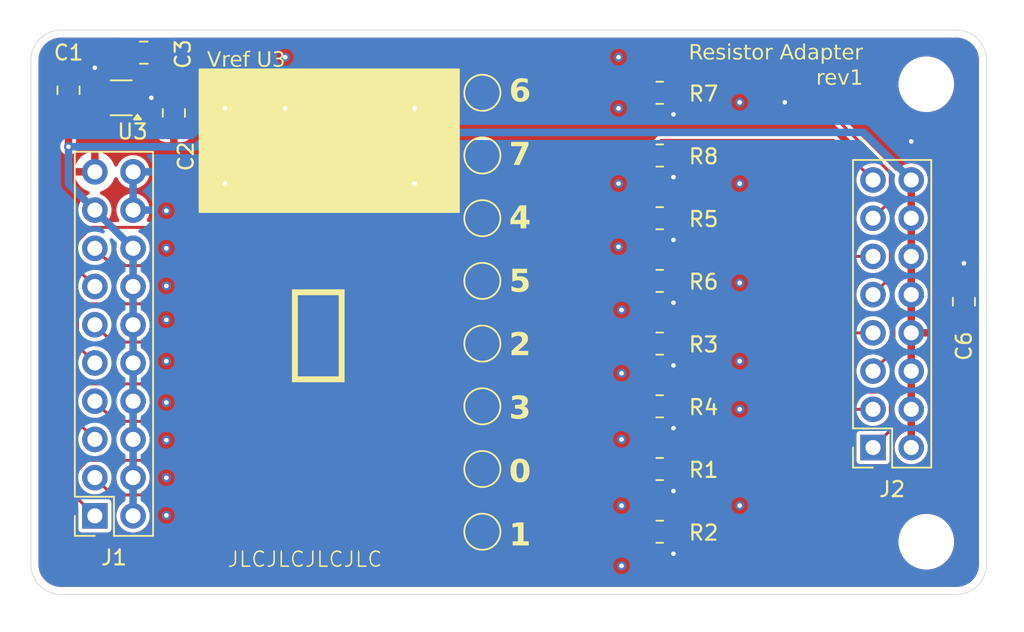
<source format=kicad_pcb>
(kicad_pcb (version 20240108) (generator "pcbnew") (generator_version "8.0")
  (layers (0 "F.Cu" signal) (1 "In1.Cu" signal) (2 "In2.Cu" signal) (31 "B.Cu" signal) (34 "B.Paste" user) (35 "F.Paste" user) (36 "B.SilkS" user "B.Silkscreen") (37 "F.SilkS" user "F.Silkscreen") (38 "B.Mask" user) (39 "F.Mask" user) (44 "Edge.Cuts" user))
  (net 0 "")
  (net 1 "/VREF")
  (net 2 "GND")
  (net 3 "VAA")
  (net 4 "/S4")
  (net 5 "/S2")
  (net 6 "/S7")
  (net 7 "/S5")
  (net 8 "/S1")
  (net 9 "/S0")
  (net 10 "/S6")
  (net 11 "/S3")
  (footprint "Package_TO_SOT_SMD:SOT-353_SC-70-5" (layer "F.Cu") (at 97.5 92.5 180)
    (property "Reference" "U3" (at -0.75 -2.25 180) (layer "F.SilkS"))
    (property "Value" "MIC5366-2.0YC5-TR")
    (fp_line (start -0.7 1.16) (end 0.7 1.16) (stroke (width 0.12)) (layer "F.SilkS"))
    (fp_line (start -0.71 -1.16) (end 0.7 -1.16) (stroke (width 0.12)) (layer "F.SilkS"))
    (fp_poly (pts (xy -1.08 -1.11) (xy -1.32 -1.44) (xy -0.84 -1.44) (xy -1.08 -1.11)) (stroke (width 0.12)) (fill solid) (layer "F.SilkS"))
    (pad "1" smd roundrect (at -0.95 -0.65 180) (size 0.65 0.4) (layers "F.Cu" "F.Paste" "F.Mask") (net 3 "VAA"))
    (pad "2" smd roundrect (at -0.949999 0 180) (size 0.65 0.4) (layers "F.Cu" "F.Paste" "F.Mask") (net 2 "GND"))
    (pad "3" smd roundrect (at -0.95 0.65 180) (size 0.65 0.4) (layers "F.Cu" "F.Paste" "F.Mask") (net 3 "VAA"))
    (pad "4" smd roundrect (at 0.95 0.65 180) (size 0.65 0.4) (layers "F.Cu" "F.Paste" "F.Mask"))
    (pad "5" smd roundrect (at 0.95 -0.65 180) (size 0.65 0.4) (layers "F.Cu" "F.Paste" "F.Mask") (net 1 "/VREF"))
  )
  (footprint "MountingHole:MountingHole_3.2mm_M3" (layer "F.Cu") (at 151 122)
    (property "Reference" "H2" (hide yes))
    (property "Value" "MountingHole")
    (pad "" np_thru_hole circle (at 0 0) (size 3.2 3.2) (drill 3.2) (layers "*.Cu" "*.Mask"))
  )
  (footprint "Resistor_SMD:R_0805_2012Metric" (layer "F.Cu") (at 133.2875 92.16666)
    (property "Reference" "R7" (at 2.9125 0.06666 0) (layer "F.SilkS"))
    (property "Value" "1k")
    (fp_line (start -0.227064 -0.735) (end 0.227064 -0.735) (stroke (width 0.12)) (layer "F.SilkS"))
    (fp_line (start -0.227064 0.735) (end 0.227064 0.735) (stroke (width 0.12)) (layer "F.SilkS"))
    (pad "1" smd roundrect (at -0.9125 0) (size 1.025 1.4) (layers "F.Cu" "F.Paste" "F.Mask") (roundrect_rratio 0.243902) (net 10 "/S6"))
    (pad "2" smd roundrect (at 0.9125 0) (size 1.025 1.4) (layers "F.Cu" "F.Paste" "F.Mask") (roundrect_rratio 0.243902) (net 2 "GND"))
  )
  (footprint "MountingHole:MountingHole_3.2mm_M3" (layer "F.Cu") (at 151 91.6)
    (property "Reference" "H1" (hide yes))
    (property "Value" "MountingHole")
    (pad "" np_thru_hole circle (at 0 0) (size 3.2 3.2) (drill 3.2) (layers "*.Cu" "*.Mask"))
  )
  (footprint "Resistor_SMD:R_0805_2012Metric" (layer "F.Cu") (at 133.2875 100.499996)
    (property "Reference" "R5" (at 2.9125 0.06666 0) (layer "F.SilkS"))
    (property "Value" "1k")
    (fp_line (start -0.227064 -0.735) (end 0.227064 -0.735) (stroke (width 0.12)) (layer "F.SilkS"))
    (fp_line (start -0.227064 0.735) (end 0.227064 0.735) (stroke (width 0.12)) (layer "F.SilkS"))
    (pad "1" smd roundrect (at -0.9125 0) (size 1.025 1.4) (layers "F.Cu" "F.Paste" "F.Mask") (roundrect_rratio 0.243902) (net 4 "/S4"))
    (pad "2" smd roundrect (at 0.9125 0) (size 1.025 1.4) (layers "F.Cu" "F.Paste" "F.Mask") (roundrect_rratio 0.243902) (net 2 "GND"))
  )
  (footprint "Resistor_SMD:R_0805_2012Metric" (layer "F.Cu") (at 133.2875 121.33334)
    (property "Reference" "R2" (at 2.9125 0.06666 0) (layer "F.SilkS"))
    (property "Value" "1k")
    (fp_line (start -0.227064 -0.735) (end 0.227064 -0.735) (stroke (width 0.12)) (layer "F.SilkS"))
    (fp_line (start -0.227064 0.735) (end 0.227064 0.735) (stroke (width 0.12)) (layer "F.SilkS"))
    (pad "1" smd roundrect (at -0.9125 0) (size 1.025 1.4) (layers "F.Cu" "F.Paste" "F.Mask") (roundrect_rratio 0.243902) (net 8 "/S1"))
    (pad "2" smd roundrect (at 0.9125 0) (size 1.025 1.4) (layers "F.Cu" "F.Paste" "F.Mask") (roundrect_rratio 0.243902) (net 2 "GND"))
  )
  (footprint "Connector_PinSocket_2.54mm:PinSocket_2x08_P2.54mm_Vertical" (layer "F.Cu") (at 147.46 115.74 180)
    (property "Reference" "J2" (at -1.27 -2.77 180) (layer "F.SilkS"))
    (property "Value" "Sensors")
    (fp_line (start 1.33 1.270001) (end 1.33 19.110001) (stroke (width 0.12)) (layer "F.SilkS"))
    (fp_line (start 1.33 -1.33) (end 1.33 0) (stroke (width 0.12)) (layer "F.SilkS"))
    (fp_line (start 0 -1.33) (end 1.33 -1.33) (stroke (width 0.12)) (layer "F.SilkS"))
    (fp_line (start -1.27 1.27) (end 1.33 1.270001) (stroke (width 0.12)) (layer "F.SilkS"))
    (fp_line (start -1.270001 -1.33) (end -1.27 1.27) (stroke (width 0.12)) (layer "F.SilkS"))
    (fp_line (start -3.87 19.11) (end 1.33 19.110001) (stroke (width 0.12)) (layer "F.SilkS"))
    (fp_line (start -3.87 -1.33) (end -1.270001 -1.33) (stroke (width 0.12)) (layer "F.SilkS"))
    (fp_line (start -3.87 -1.33) (end -3.87 19.11) (stroke (width 0.12)) (layer "F.SilkS"))
    (pad "1" thru_hole rect (at 0 0 180) (size 1.7 1.7) (drill 1) (layers "*.Cu" "*.Mask") (net 9 "/S0"))
    (pad "2" thru_hole oval (at -2.54 0 180) (size 1.7 1.7) (drill 1) (layers "*.Cu" "*.Mask") (net 1 "/VREF"))
    (pad "3" thru_hole oval (at 0 2.54 180) (size 1.7 1.7) (drill 1) (layers "*.Cu" "*.Mask") (net 8 "/S1"))
    (pad "4" thru_hole oval (at -2.54 2.54 180) (size 1.7 1.7) (drill 1) (layers "*.Cu" "*.Mask") (net 1 "/VREF"))
    (pad "5" thru_hole oval (at 0 5.079999 180) (size 1.7 1.7) (drill 1) (layers "*.Cu" "*.Mask") (net 5 "/S2"))
    (pad "6" thru_hole oval (at -2.54 5.08 180) (size 1.7 1.7) (drill 1) (layers "*.Cu" "*.Mask") (net 1 "/VREF"))
    (pad "7" thru_hole oval (at 0 7.62 180) (size 1.7 1.7) (drill 1) (layers "*.Cu" "*.Mask") (net 11 "/S3"))
    (pad "8" thru_hole oval (at -2.54 7.62 180) (size 1.7 1.7) (drill 1) (layers "*.Cu" "*.Mask") (net 1 "/VREF"))
    (pad "9" thru_hole oval (at 0 10.16 180) (size 1.7 1.7) (drill 1) (layers "*.Cu" "*.Mask") (net 4 "/S4"))
    (pad "10" thru_hole oval (at -2.54 10.16 180) (size 1.7 1.7) (drill 1) (layers "*.Cu" "*.Mask") (net 1 "/VREF"))
    (pad "11" thru_hole oval (at 0 12.7 180) (size 1.7 1.7) (drill 1) (layers "*.Cu" "*.Mask") (net 7 "/S5"))
    (pad "12" thru_hole oval (at -2.54 12.7 180) (size 1.7 1.7) (drill 1) (layers "*.Cu" "*.Mask") (net 1 "/VREF"))
    (pad "13" thru_hole oval (at 0 15.24 180) (size 1.7 1.7) (drill 1) (layers "*.Cu" "*.Mask") (net 10 "/S6"))
    (pad "14" thru_hole oval (at -2.54 15.24 180) (size 1.7 1.7) (drill 1) (layers "*.Cu" "*.Mask") (net 1 "/VREF"))
    (pad "15" thru_hole oval (at 0 17.780001 180) (size 1.7 1.7) (drill 1) (layers "*.Cu" "*.Mask") (net 6 "/S7"))
    (pad "16" thru_hole oval (at -2.54 17.78 180) (size 1.7 1.7) (drill 1) (layers "*.Cu" "*.Mask") (net 1 "/VREF"))
  )
  (footprint "Resistor_SMD:R_0805_2012Metric" (layer "F.Cu") (at 133.2875 104.666664)
    (property "Reference" "R6" (at 2.9125 0.06666 0) (layer "F.SilkS"))
    (property "Value" "1k")
    (fp_line (start -0.227064 -0.735) (end 0.227064 -0.735) (stroke (width 0.12)) (layer "F.SilkS"))
    (fp_line (start -0.227064 0.735) (end 0.227064 0.735) (stroke (width 0.12)) (layer "F.SilkS"))
    (pad "1" smd roundrect (at -0.9125 0) (size 1.025 1.4) (layers "F.Cu" "F.Paste" "F.Mask") (roundrect_rratio 0.243902) (net 7 "/S5"))
    (pad "2" smd roundrect (at 0.9125 0) (size 1.025 1.4) (layers "F.Cu" "F.Paste" "F.Mask") (roundrect_rratio 0.243902) (net 2 "GND"))
  )
  (footprint "TestPoint:TestPoint_Pad_D2.0mm" (layer "F.Cu") (at 121.5 117.166668)
    (property "Reference" "TP1" (hide yes))
    (property "Value" "TestPoint")
    (fp_circle (center 0 0) (end 0 1.2) (stroke (width 0.12)) (fill none) (layer "F.SilkS"))
    (pad "1" smd circle (at 0 0) (size 2 2) (layers "F.Cu" "F.Mask") (net 9 "/S0"))
  )
  (footprint "Capacitor_SMD:C_0805_2012Metric" (layer "F.Cu") (at 101 93.5 90)
    (property "Reference" "C2" (at -2.9 0.8 -90) (layer "F.SilkS"))
    (property "Value" "1uF X7R")
    (fp_line (start -0.261253 -0.735) (end 0.261253 -0.735) (stroke (width 0.12)) (layer "F.SilkS"))
    (fp_line (start -0.261253 0.735) (end 0.261253 0.735) (stroke (width 0.12)) (layer "F.SilkS"))
    (pad "1" smd roundrect (at -0.949999 0 90) (size 1 1.45) (layers "F.Cu" "F.Paste" "F.Mask") (net 3 "VAA"))
    (pad "2" smd roundrect (at 0.949999 0 90) (size 1 1.45) (layers "F.Cu" "F.Paste" "F.Mask") (net 2 "GND"))
  )
  (footprint "Resistor_SMD:R_0805_2012Metric" (layer "F.Cu") (at 133.2875 113)
    (property "Reference" "R4" (at 2.9125 0.06666 0) (layer "F.SilkS"))
    (property "Value" "1k")
    (fp_line (start -0.227064 -0.735) (end 0.227064 -0.735) (stroke (width 0.12)) (layer "F.SilkS"))
    (fp_line (start -0.227064 0.735) (end 0.227064 0.735) (stroke (width 0.12)) (layer "F.SilkS"))
    (pad "1" smd roundrect (at -0.9125 0) (size 1.025 1.4) (layers "F.Cu" "F.Paste" "F.Mask") (roundrect_rratio 0.243902) (net 11 "/S3"))
    (pad "2" smd roundrect (at 0.9125 0) (size 1.025 1.4) (layers "F.Cu" "F.Paste" "F.Mask") (roundrect_rratio 0.243902) (net 2 "GND"))
  )
  (footprint "Resistor_SMD:R_0805_2012Metric" (layer "F.Cu") (at 133.2875 117.166668)
    (property "Reference" "R1" (at 2.9125 0.06666 0) (layer "F.SilkS"))
    (property "Value" "1k")
    (fp_line (start -0.227064 -0.735) (end 0.227064 -0.735) (stroke (width 0.12)) (layer "F.SilkS"))
    (fp_line (start -0.227064 0.735) (end 0.227064 0.735) (stroke (width 0.12)) (layer "F.SilkS"))
    (pad "1" smd roundrect (at -0.9125 0) (size 1.025 1.4) (layers "F.Cu" "F.Paste" "F.Mask") (roundrect_rratio 0.243902) (net 9 "/S0"))
    (pad "2" smd roundrect (at 0.9125 0) (size 1.025 1.4) (layers "F.Cu" "F.Paste" "F.Mask") (roundrect_rratio 0.243902) (net 2 "GND"))
  )
  (footprint "TestPoint:TestPoint_Pad_D2.0mm" (layer "F.Cu") (at 121.5 121.33334)
    (property "Reference" "TP2" (hide yes))
    (property "Value" "TestPoint")
    (fp_circle (center 0 0) (end 0 1.2) (stroke (width 0.12)) (fill none) (layer "F.SilkS"))
    (pad "1" smd circle (at 0 0) (size 2 2) (layers "F.Cu" "F.Mask") (net 8 "/S1"))
  )
  (footprint "TestPoint:TestPoint_Pad_D2.0mm" (layer "F.Cu") (at 121.5 92.16666)
    (property "Reference" "TP7" (hide yes))
    (property "Value" "TestPoint")
    (fp_circle (center 0 0) (end 0 1.2) (stroke (width 0.12)) (fill none) (layer "F.SilkS"))
    (pad "1" smd circle (at 0 0) (size 2 2) (layers "F.Cu" "F.Mask") (net 10 "/S6"))
  )
  (footprint "Resistor_SMD:R_0805_2012Metric" (layer "F.Cu") (at 133.2875 96.333328)
    (property "Reference" "R8" (at 2.9125 0.06666 0) (layer "F.SilkS"))
    (property "Value" "1k")
    (fp_line (start -0.227064 -0.735) (end 0.227064 -0.735) (stroke (width 0.12)) (layer "F.SilkS"))
    (fp_line (start -0.227064 0.735) (end 0.227064 0.735) (stroke (width 0.12)) (layer "F.SilkS"))
    (pad "1" smd roundrect (at -0.9125 0) (size 1.025 1.4) (layers "F.Cu" "F.Paste" "F.Mask") (roundrect_rratio 0.243902) (net 6 "/S7"))
    (pad "2" smd roundrect (at 0.9125 0) (size 1.025 1.4) (layers "F.Cu" "F.Paste" "F.Mask") (roundrect_rratio 0.243902) (net 2 "GND"))
  )
  (footprint "TestPoint:TestPoint_Pad_D2.0mm" (layer "F.Cu") (at 121.5 96.333328)
    (property "Reference" "TP8" (hide yes))
    (property "Value" "TestPoint")
    (fp_circle (center 0 0) (end 0 1.2) (stroke (width 0.12)) (fill none) (layer "F.SilkS"))
    (pad "1" smd circle (at 0 0) (size 2 2) (layers "F.Cu" "F.Mask") (net 6 "/S7"))
  )
  (footprint "TestPoint:TestPoint_Pad_D2.0mm" (layer "F.Cu") (at 121.5 113)
    (property "Reference" "TP4" (hide yes))
    (property "Value" "TestPoint")
    (fp_circle (center 0 0) (end 0 1.2) (stroke (width 0.12)) (fill none) (layer "F.SilkS"))
    (pad "1" smd circle (at 0 0) (size 2 2) (layers "F.Cu" "F.Mask") (net 11 "/S3"))
  )
  (footprint "TestPoint:TestPoint_Pad_D2.0mm" (layer "F.Cu") (at 121.5 108.833332)
    (property "Reference" "TP3" (hide yes))
    (property "Value" "TestPoint")
    (fp_circle (center 0 0) (end 0 1.2) (stroke (width 0.12)) (fill none) (layer "F.SilkS"))
    (pad "1" smd circle (at 0 0) (size 2 2) (layers "F.Cu" "F.Mask") (net 5 "/S2"))
  )
  (footprint "Connector_PinSocket_2.54mm:PinSocket_2x10_P2.54mm_Vertical" (layer "F.Cu") (at 95.75 120.28 180)
    (property "Reference" "J1" (at -1.27 -2.77 180) (layer "F.SilkS"))
    (property "Value" "ToADC")
    (fp_line (start 1.33 1.270001) (end 1.33 24.19) (stroke (width 0.12)) (layer "F.SilkS"))
    (fp_line (start 1.33 -1.33) (end 1.33 0) (stroke (width 0.12)) (layer "F.SilkS"))
    (fp_line (start 0 -1.33) (end 1.33 -1.33) (stroke (width 0.12)) (layer "F.SilkS"))
    (fp_line (start -1.27 1.27) (end 1.33 1.270001) (stroke (width 0.12)) (layer "F.SilkS"))
    (fp_line (start -1.270001 -1.33) (end -1.27 1.27) (stroke (width 0.12)) (layer "F.SilkS"))
    (fp_line (start -3.87 24.19) (end 1.33 24.19) (stroke (width 0.12)) (layer "F.SilkS"))
    (fp_line (start -3.87 -1.33) (end -1.270001 -1.33) (stroke (width 0.12)) (layer "F.SilkS"))
    (fp_line (start -3.87 -1.33) (end -3.87 24.19) (stroke (width 0.12)) (layer "F.SilkS"))
    (pad "1" thru_hole rect (at 0 0 180) (size 1.7 1.7) (drill 1) (layers "*.Cu" "*.Mask") (net 9 "/S0"))
    (pad "2" thru_hole oval (at -2.54 0 180) (size 1.7 1.7) (drill 1) (layers "*.Cu" "*.Mask") (net 1 "/VREF"))
    (pad "3" thru_hole oval (at 0 2.54 180) (size 1.7 1.7) (drill 1) (layers "*.Cu" "*.Mask") (net 8 "/S1"))
    (pad "4" thru_hole oval (at -2.54 2.54 180) (size 1.7 1.7) (drill 1) (layers "*.Cu" "*.Mask") (net 1 "/VREF"))
    (pad "5" thru_hole oval (at 0 5.079999 180) (size 1.7 1.7) (drill 1) (layers "*.Cu" "*.Mask") (net 5 "/S2"))
    (pad "6" thru_hole oval (at -2.54 5.08 180) (size 1.7 1.7) (drill 1) (layers "*.Cu" "*.Mask") (net 1 "/VREF"))
    (pad "7" thru_hole oval (at 0 7.62 180) (size 1.7 1.7) (drill 1) (layers "*.Cu" "*.Mask") (net 11 "/S3"))
    (pad "8" thru_hole oval (at -2.54 7.62 180) (size 1.7 1.7) (drill 1) (layers "*.Cu" "*.Mask") (net 1 "/VREF"))
    (pad "9" thru_hole oval (at 0 10.16 180) (size 1.7 1.7) (drill 1) (layers "*.Cu" "*.Mask") (net 4 "/S4"))
    (pad "10" thru_hole oval (at -2.54 10.16 180) (size 1.7 1.7) (drill 1) (layers "*.Cu" "*.Mask") (net 1 "/VREF"))
    (pad "11" thru_hole oval (at 0 12.7 180) (size 1.7 1.7) (drill 1) (layers "*.Cu" "*.Mask") (net 7 "/S5"))
    (pad "12" thru_hole oval (at -2.54 12.7 180) (size 1.7 1.7) (drill 1) (layers "*.Cu" "*.Mask") (net 1 "/VREF"))
    (pad "13" thru_hole oval (at 0 15.24 180) (size 1.7 1.7) (drill 1) (layers "*.Cu" "*.Mask") (net 10 "/S6"))
    (pad "14" thru_hole oval (at -2.54 15.24 180) (size 1.7 1.7) (drill 1) (layers "*.Cu" "*.Mask") (net 1 "/VREF"))
    (pad "15" thru_hole oval (at 0 17.780001 180) (size 1.7 1.7) (drill 1) (layers "*.Cu" "*.Mask") (net 6 "/S7"))
    (pad "16" thru_hole oval (at -2.54 17.78 180) (size 1.7 1.7) (drill 1) (layers "*.Cu" "*.Mask") (net 1 "/VREF"))
    (pad "17" thru_hole oval (at 0 20.32 180) (size 1.7 1.7) (drill 1) (layers "*.Cu" "*.Mask") (net 1 "/VREF"))
    (pad "18" thru_hole oval (at -2.54 20.32 180) (size 1.7 1.7) (drill 1) (layers "*.Cu" "*.Mask") (net 2 "GND"))
    (pad "19" thru_hole oval (at 0 22.86 180) (size 1.7 1.7) (drill 1) (layers "*.Cu" "*.Mask") (net 3 "VAA"))
    (pad "20" thru_hole oval (at -2.54 22.86 180) (size 1.7 1.7) (drill 1) (layers "*.Cu" "*.Mask") (net 2 "GND"))
  )
  (footprint "Capacitor_SMD:C_0805_2012Metric" (layer "F.Cu") (at 153.5 106.050001 90)
    (property "Reference" "C6" (at -2.949999 0 -90) (layer "F.SilkS"))
    (property "Value" "1uF X7R")
    (fp_line (start -0.261253 -0.735) (end 0.261253 -0.735) (stroke (width 0.12)) (layer "F.SilkS"))
    (fp_line (start -0.261253 0.735) (end 0.261253 0.735) (stroke (width 0.12)) (layer "F.SilkS"))
    (pad "1" smd roundrect (at -0.949999 0 90) (size 1 1.45) (layers "F.Cu" "F.Paste" "F.Mask") (net 1 "/VREF"))
    (pad "2" smd roundrect (at 0.949999 0 90) (size 1 1.45) (layers "F.Cu" "F.Paste" "F.Mask") (net 2 "GND"))
  )
  (footprint "TestPoint:TestPoint_Pad_D2.0mm" (layer "F.Cu") (at 121.5 100.499996)
    (property "Reference" "TP5" (hide yes))
    (property "Value" "TestPoint")
    (fp_circle (center 0 0) (end 0 1.2) (stroke (width 0.12)) (fill none) (layer "F.SilkS"))
    (pad "1" smd circle (at 0 0) (size 2 2) (layers "F.Cu" "F.Mask") (net 4 "/S4"))
  )
  (footprint "Capacitor_SMD:C_0805_2012Metric" (layer "F.Cu") (at 94 92 90)
    (property "Reference" "C1" (at 2.5 0 0) (layer "F.SilkS"))
    (property "Value" "1uF X7R")
    (fp_line (start -0.261253 -0.735) (end 0.261253 -0.735) (stroke (width 0.12)) (layer "F.SilkS"))
    (fp_line (start -0.261253 0.735) (end 0.261253 0.735) (stroke (width 0.12)) (layer "F.SilkS"))
    (pad "1" smd roundrect (at -0.949999 0 90) (size 1 1.45) (layers "F.Cu" "F.Paste" "F.Mask") (net 1 "/VREF"))
    (pad "2" smd roundrect (at 0.949999 0 90) (size 1 1.45) (layers "F.Cu" "F.Paste" "F.Mask") (net 2 "GND"))
  )
  (footprint "Capacitor_SMD:C_0805_2012Metric" (layer "F.Cu") (at 99 89.5 180)
    (property "Reference" "C3" (at -2.6 -0.1 -90) (layer "F.SilkS"))
    (property "Value" "10nF NP0")
    (fp_line (start -0.261253 0.735) (end 0.261253 0.735) (stroke (width 0.12)) (layer "F.SilkS"))
    (fp_line (start -0.261253 -0.735) (end 0.261253 -0.735) (stroke (width 0.12)) (layer "F.SilkS"))
    (pad "1" smd roundrect (at -0.949999 0 180) (size 1 1.45) (layers "F.Cu" "F.Paste" "F.Mask") (net 3 "VAA"))
    (pad "2" smd roundrect (at 0.949999 0 180) (size 1 1.45) (layers "F.Cu" "F.Paste" "F.Mask") (net 2 "GND"))
  )
  (footprint "Resistor_SMD:R_0805_2012Metric" (layer "F.Cu") (at 133.2875 108.833332)
    (property "Reference" "R3" (at 2.9125 0.06666 0) (layer "F.SilkS"))
    (property "Value" "1k")
    (fp_line (start -0.227064 -0.735) (end 0.227064 -0.735) (stroke (width 0.12)) (layer "F.SilkS"))
    (fp_line (start -0.227064 0.735) (end 0.227064 0.735) (stroke (width 0.12)) (layer "F.SilkS"))
    (pad "1" smd roundrect (at -0.9125 0) (size 1.025 1.4) (layers "F.Cu" "F.Paste" "F.Mask") (roundrect_rratio 0.243902) (net 5 "/S2"))
    (pad "2" smd roundrect (at 0.9125 0) (size 1.025 1.4) (layers "F.Cu" "F.Paste" "F.Mask") (roundrect_rratio 0.243902) (net 2 "GND"))
  )
  (footprint "TestPoint:TestPoint_Pad_D2.0mm" (layer "F.Cu") (at 121.5 104.666664)
    (property "Reference" "TP6" (hide yes))
    (property "Value" "TestPoint")
    (fp_circle (center 0 0) (end 0 1.2) (stroke (width 0.12)) (fill none) (layer "F.SilkS"))
    (pad "1" smd circle (at 0 0) (size 2 2) (layers "F.Cu" "F.Mask") (net 7 "/S5"))
  )
  (gr_rect (start 102.7 90.6) (end 119.95 100.1) (stroke (width 0.1)) (fill solid) (layer "F.SilkS"))
  (gr_arc (start 153 88) (mid 154.414214 88.585786) (end 155 90) (stroke (width 0.05)) (layer "Edge.Cuts"))
  (gr_arc (start 91.5 90) (mid 92.085786 88.585786) (end 93.5 88) (stroke (width 0.05)) (layer "Edge.Cuts"))
  (gr_arc (start 155 123.5) (mid 154.414214 124.914214) (end 153 125.5) (stroke (width 0.05)) (layer "Edge.Cuts"))
  (gr_line (start 93.5 88) (end 153 88) (stroke (width 0.05)) (layer "Edge.Cuts"))
  (gr_line (start 153 125.5) (end 93.5 125.5) (stroke (width 0.05)) (layer "Edge.Cuts"))
  (gr_arc (start 93.5 125.5) (mid 92.085786 124.914214) (end 91.5 123.5) (stroke (width 0.05)) (layer "Edge.Cuts"))
  (gr_line (start 91.5 123.5) (end 91.5 90) (stroke (width 0.05)) (layer "Edge.Cuts"))
  (gr_line (start 155 90) (end 155 123.5) (stroke (width 0.05)) (layer "Edge.Cuts"))
  (gr_text "0" (at 124 118.28571 0) (layer "F.SilkS") (effects (font (size 1.5 1.5) (thickness 0.3) (bold yes)) (justify bottom)))
  (gr_text "5" (at 124 105.642855 0) (layer "F.SilkS") (effects (font (size 1.5 1.5) (thickness 0.3) (bold yes)) (justify bottom)))
  (gr_text "3\n" (at 124 114.071425 0) (layer "F.SilkS") (effects (font (size 1.5 1.5) (thickness 0.3) (bold yes)) (justify bottom)))
  (gr_text "Resistor Adapter\nrev1\n" (at 146.8 91.8 0) (layer "F.SilkS") (effects (font (size 1 1) (thickness 0.1)) (justify right bottom)))
  (gr_text "JLCJLCJLCJLC" (at 104.5 123.75 0) (layer "F.SilkS") (effects (font (size 1 1) (thickness 0.1)) (justify left bottom)))
  (gr_text "2" (at 124 109.85714 0) (layer "F.SilkS") (effects (font (size 1.5 1.5) (thickness 0.3) (bold yes)) (justify bottom)))
  (gr_text "1" (at 124 122.5 0) (layer "F.SilkS") (effects (font (size 1.5 1.5) (thickness 0.3) (bold yes)) (justify bottom)))
  (gr_text "7" (at 124 97.214285 0) (layer "F.SilkS") (effects (font (size 1.5 1.5) (thickness 0.3) (bold yes)) (justify bottom)))
  (gr_text "基" (at 108.5 111 0) (layer "F.SilkS") (effects (font (size 5 5) (thickness 0.3) (bold yes)) (justify left bottom)))
  (gr_text "Vref U3" (at 103.2 90.6 0) (layer "F.SilkS") (effects (font (size 1 1) (thickness 0.1)) (justify left bottom)))
  (gr_text "6" (at 124 93 0) (layer "F.SilkS") (effects (font (size 1.5 1.5) (thickness 0.3) (bold yes)) (justify bottom)))
  (gr_text "4" (at 124 101.42857 0) (layer "F.SilkS") (effects (font (size 1.5 1.5) (thickness 0.3) (bold yes)) (justify bottom)))
  (segment (start 94 92.949999) (end 94 95.75) (width 0.5) (layer "F.Cu") (net 1))
  (segment (start 96.55 93.15) (end 94.200001 93.15) (width 0.2) (layer "F.Cu") (net 1))
  (segment (start 150 103.04) (end 150 105.58) (width 0.5) (layer "F.Cu") (net 1))
  (segment (start 150 97.96) (end 150 100.5) (width 0.5) (layer "F.Cu") (net 1))
  (segment (start 150 105.58) (end 150 108.12) (width 0.5) (layer "F.Cu") (net 1))
  (segment (start 150 113.2) (end 150 115.74) (width 0.5) (layer "F.Cu") (net 1))
  (segment (start 150 110.66) (end 150 113.2) (width 0.5) (layer "F.Cu") (net 1))
  (segment (start 150 108.12) (end 150 110.66) (width 0.5) (layer "F.Cu") (net 1))
  (segment (start 150 100.5) (end 150 103.04) (width 0.5) (layer "F.Cu") (net 1))
  (segment (start 152.38 108.12) (end 153.5 107) (width 0.5) (layer "F.Cu") (net 1))
  (segment (start 150 108.12) (end 152.38 108.12) (width 0.5) (layer "F.Cu") (net 1))
  (segment (start 94.200001 93.15) (end 94 92.949999) (width 0.2) (layer "F.Cu") (net 1))
  (via (at 94 95.75) (size 0.6) (drill 0.3) (layers "F.Cu" "B.Cu") (net 1))
  (segment (start 98.29 107.58) (end 98.29 110.12) (width 0.5) (layer "B.Cu") (net 1))
  (segment (start 98.29 102.5) (end 98.29 105.04) (width 0.5) (layer "B.Cu") (net 1))
  (segment (start 98.29 112.66) (end 98.29 115.2) (width 0.5) (layer "B.Cu") (net 1))
  (segment (start 98.29 115.2) (end 98.29 117.74) (width 0.5) (layer "B.Cu") (net 1))
  (segment (start 103.45 94.8) (end 102.5 95.75) (width 0.5) (layer "B.Cu") (net 1))
  (segment (start 103.45 94.8) (end 146.84 94.8) (width 0.5) (layer "B.Cu") (net 1))
  (segment (start 95.75 99.96) (end 98.29 102.5) (width 0.5) (layer "B.Cu") (net 1))
  (segment (start 102.5 95.75) (end 94 95.75) (width 0.5) (layer "B.Cu") (net 1))
  (segment (start 94 98.21) (end 95.75 99.96) (width 0.5) (layer "B.Cu") (net 1))
  (segment (start 98.29 105.04) (end 98.29 107.58) (width 0.5) (layer "B.Cu") (net 1))
  (segment (start 94 95.75) (end 94 98.21) (width 0.5) (layer "B.Cu") (net 1))
  (segment (start 98.29 117.74) (end 98.29 120.28) (width 0.5) (layer "B.Cu") (net 1))
  (segment (start 146.84 94.8) (end 150 97.96) (width 0.5) (layer "B.Cu") (net 1))
  (segment (start 98.29 110.12) (end 98.29 112.66) (width 0.5) (layer "B.Cu") (net 1))
  (segment (start 134.2 121.33334) (end 134.2 122.8) (width 0.2) (layer "F.Cu") (net 2))
  (segment (start 134.2 96.333328) (end 134.2 97.771428) (width 0.2) (layer "F.Cu") (net 2))
  (segment (start 98.050001 89.5) (end 97.050001 90.5) (width 0.2) (layer "F.Cu") (net 2))
  (segment (start 97.050001 90.5) (end 95.75 90.5) (width 0.2) (layer "F.Cu") (net 2))
  (segment (start 99.5 92.5) (end 100.949999 92.5) (width 0.2) (layer "F.Cu") (net 2))
  (segment (start 94 91.050001) (end 94.550001 90.5) (width 0.2) (layer "F.Cu") (net 2))
  (segment (start 98.449999 92.5) (end 99.5 92.5) (width 0.2) (layer "F.Cu") (net 2))
  (segment (start 134.2 100.35238) (end 134.2 101.8) (width 0.2) (layer "F.Cu") (net 2))
  (segment (start 134.2 108.833332) (end 134.2 110.285712) (width 0.2) (layer "F.Cu") (net 2))
  (segment (start 134.2 104.55714) (end 134.2 106) (width 0.2) (layer "F.Cu") (net 2))
  (segment (start 134.2 92.16666) (end 134.2 93.6) (width 0.2) (layer "F.Cu") (net 2))
  (segment (start 134.2 113) (end 134.2 114.45714) (width 0.2) (layer "F.Cu") (net 2))
  (segment (start 100.949999 92.5) (end 101 92.550001) (width 0.2) (layer "F.Cu") (net 2))
  (segment (start 94.550001 90.5) (end 95.75 90.5) (width 0.2) (layer "F.Cu") (net 2))
  (segment (start 134.2 117.166668) (end 134.2 118.628568) (width 0.2) (layer "F.Cu") (net 2))
  (segment (start 153.5 105.100002) (end 153.5 103.5) (width 0.2) (layer "F.Cu") (net 2))
  (via (at 153.5 103.5) (size 0.6) (drill 0.3) (layers "F.Cu" "B.Cu") (net 2))
  (via (at 141.6 92.8) (size 0.6) (drill 0.3) (layers "F.Cu" "B.Cu") (net 2))
  (via (at 134.2 114.45714) (size 0.6) (drill 0.3) (layers "F.Cu" "B.Cu") (net 2))
  (via (at 134.2 97.771428) (size 0.6) (drill 0.3) (layers "F.Cu" "B.Cu") (net 2))
  (via (at 134.2 101.942856) (size 0.6) (drill 0.3) (layers "F.Cu" "B.Cu") (net 2))
  (via (at 134.2 93.6) (size 0.6) (drill 0.3) (layers "F.Cu" "B.Cu") (net 2))
  (via (at 150 95.4) (size 0.6) (drill 0.3) (layers "F.Cu" "B.Cu") (net 2))
  (via (at 134.2 110.285712) (size 0.6) (drill 0.3) (layers "F.Cu" "B.Cu") (net 2))
  (via (at 134.2 118.628568) (size 0.6) (drill 0.3) (layers "F.Cu" "B.Cu") (net 2))
  (via (at 117 98.2) (size 0.6) (drill 0.3) (layers "F.Cu" "B.Cu") (net 2))
  (via (at 134.2 106.114284) (size 0.6) (drill 0.3) (layers "F.Cu" "B.Cu") (net 2))
  (via (at 104.4 98.2) (size 0.6) (drill 0.3) (layers "F.Cu" "B.Cu") (net 2))
  (via (at 104.4 93.2) (size 0.6) (drill 0.3) (layers "F.Cu" "B.Cu") (net 2))
  (via (at 117 93.2) (size 0.6) (drill 0.3) (layers "F.Cu" "B.Cu") (net 2))
  (via (at 134.2 122.8) (size 0.6) (drill 0.3) (layers "F.Cu" "B.Cu") (net 2))
  (via (at 95.75 90.5) (size 0.6) (drill 0.3) (layers "F.Cu" "B.Cu") (net 2))
  (via (at 99.5 92.5) (size 0.6) (drill 0.3) (layers "F.Cu" "B.Cu") (net 2))
  (via (at 100.5 112.75) (size 0.6) (drill 0.3) (layers "F.Cu" "B.Cu") (net 3))
  (via (at 130.75 123.6) (size 0.6) (drill 0.3) (layers "F.Cu" "B.Cu") (net 3))
  (via (at 138.6 110) (size 0.6) (drill 0.3) (layers "F.Cu" "B.Cu") (net 3))
  (via (at 130.55 98.2) (size 0.6) (drill 0.3) (layers "F.Cu" "B.Cu") (net 3))
  (via (at 108.4 93.2) (size 0.6) (drill 0.3) (layers "F.Cu" "B.Cu") (net 3))
  (via (at 138.6 98.2) (size 0.6) (drill 0.3) (layers "F.Cu" "B.Cu") (net 3))
  (via (at 130.55 102.4) (size 0.6) (drill 0.3) (layers "F.Cu" "B.Cu") (net 3))
  (via (at 130.75 110.8) (size 0.6) (drill 0.3) (layers "F.Cu" "B.Cu") (net 3))
  (via (at 130.75 106.6) (size 0.6) (drill 0.3) (layers "F.Cu" "B.Cu") (net 3))
  (via (at 100.5 100) (size 0.6) (drill 0.3) (layers "F.Cu" "B.Cu") (net 3))
  (via (at 100.5 120.25) (size 0.6) (drill 0.3) (layers "F.Cu" "B.Cu") (net 3))
  (via (at 100.5 102.5) (size 0.6) (drill 0.3) (layers "F.Cu" "B.Cu") (net 3))
  (via (at 100.5 107.25) (size 0.6) (drill 0.3) (layers "F.Cu" "B.Cu") (net 3))
  (via (at 138.6 119.6) (size 0.6) (drill 0.3) (layers "F.Cu" "B.Cu") (net 3))
  (via (at 100.5 105) (size 0.6) (drill 0.3) (layers "F.Cu" "B.Cu") (net 3))
  (via (at 130.55 89.8) (size 0.6) (drill 0.3) (layers "F.Cu" "B.Cu") (net 3))
  (via (at 138.6 104.8) (size 0.6) (drill 0.3) (layers "F.Cu" "B.Cu") (net 3))
  (via (at 130.75 115.2) (size 0.6) (drill 0.3) (layers "F.Cu" "B.Cu") (net 3))
  (via (at 138.6 92.8) (size 0.6) (drill 0.3) (layers "F.Cu" "B.Cu") (net 3))
  (via (at 138.6 113.2) (size 0.6) (drill 0.3) (layers "F.Cu" "B.Cu") (net 3))
  (via (at 130.55 93.2) (size 0.6) (drill 0.3) (layers "F.Cu" "B.Cu") (net 3))
  (via (at 130.75 119.6) (size 0.6) (drill 0.3) (layers "F.Cu" "B.Cu") (net 3))
  (via (at 100.5 115.25) (size 0.6) (drill 0.3) (layers "F.Cu" "B.Cu") (net 3))
  (via (at 100.5 117.75) (size 0.6) (drill 0.3) (layers "F.Cu" "B.Cu") (net 3))
  (via (at 108.4 89.8) (size 0.6) (drill 0.3) (layers "F.Cu" "B.Cu") (net 3))
  (via (at 100.5 110) (size 0.6) (drill 0.3) (layers "F.Cu" "B.Cu") (net 3))
  (segment (start 115.809996 106.19) (end 95.31 106.19) (width 0.2) (layer "F.Cu") (net 4))
  (segment (start 94.6 108.97) (end 95.75 110.12) (width 0.2) (layer "F.Cu") (net 4))
  (segment (start 133.474996 99.4) (end 132.375 100.499996) (width 0.2) (layer "F.Cu") (net 4))
  (segment (start 134.597248 99.4) (end 133.474996 99.4) (width 0.2) (layer "F.Cu") (net 4))
  (segment (start 148.61 102.323654) (end 148.086346 101.8) (width 0.2) (layer "F.Cu") (net 4))
  (segment (start 147.46 105.58) (end 148.61 104.43) (width 0.2) (layer "F.Cu") (net 4))
  (segment (start 94.6 106.9) (end 94.6 108.97) (width 0.2) (layer "F.Cu") (net 4))
  (segment (start 148.086346 101.8) (end 136.997248 101.8) (width 0.2) (layer "F.Cu") (net 4))
  (segment (start 132.375 100.499996) (end 121.5 100.499996) (width 0.2) (layer "F.Cu") (net 4))
  (segment (start 136.997248 101.8) (end 134.597248 99.4) (width 0.2) (layer "F.Cu") (net 4))
  (segment (start 121.5 100.499996) (end 115.809996 106.19) (width 0.2) (layer "F.Cu") (net 4))
  (segment (start 148.61 104.43) (end 148.61 102.323654) (width 0.2) (layer "F.Cu") (net 4))
  (segment (start 95.31 106.19) (end 94.6 106.9) (width 0.2) (layer "F.Cu") (net 4))
  (segment (start 94.5 112.25) (end 94.5 113.950001) (width 0.2) (layer "F.Cu") (net 5))
  (segment (start 148 106.8) (end 134.408332 106.8) (width 0.2) (layer "F.Cu") (net 5))
  (segment (start 121.5 108.833332) (end 132.375 108.833332) (width 0.2) (layer "F.Cu") (net 5))
  (segment (start 94.5 113.950001) (end 95.75 115.200001) (width 0.2) (layer "F.Cu") (net 5))
  (segment (start 147.46 110.660001) (end 148.85 109.270001) (width 0.2) (layer "F.Cu") (net 5))
  (segment (start 121.5 108.833332) (end 118.823332 111.51) (width 0.2) (layer "F.Cu") (net 5))
  (segment (start 148.85 107.65) (end 148 106.8) (width 0.2) (layer "F.Cu") (net 5))
  (segment (start 134.408332 106.8) (end 132.375 108.833332) (width 0.2) (layer "F.Cu") (net 5))
  (segment (start 95.24 111.51) (end 94.5 112.25) (width 0.2) (layer "F.Cu") (net 5))
  (segment (start 148.85 109.270001) (end 148.85 107.65) (width 0.2) (layer "F.Cu") (net 5))
  (segment (start 118.823332 111.51) (end 95.24 111.51) (width 0.2) (layer "F.Cu") (net 5))
  (segment (start 133.375 95.333328) (end 132.375 96.333328) (width 0.2) (layer "F.Cu") (net 6))
  (segment (start 144.833329 95.333328) (end 133.375 95.333328) (width 0.2) (layer "F.Cu") (net 6))
  (segment (start 96.900001 103.65) (end 95.75 102.499999) (width 0.2) (layer "F.Cu") (net 6))
  (segment (start 121.5 96.333328) (end 114.183328 103.65) (width 0.2) (layer "F.Cu") (net 6))
  (segment (start 114.183328 103.65) (end 96.900001 103.65) (width 0.2) (layer "F.Cu") (net 6))
  (segment (start 147.46 97.959999) (end 144.833329 95.333328) (width 0.2) (layer "F.Cu") (net 6))
  (segment (start 121.5 96.333328) (end 132.375 96.333328) (width 0.2) (layer "F.Cu") (net 6))
  (segment (start 121.5 104.666664) (end 117.436664 108.73) (width 0.2) (layer "F.Cu") (net 7))
  (segment (start 121.5 104.666664) (end 132.375 104.666664) (width 0.2) (layer "F.Cu") (net 7))
  (segment (start 134.32942 103.04) (end 132.702756 104.666664) (width 0.2) (layer "F.Cu") (net 7))
  (segment (start 132.702756 104.666664) (end 132.375 104.666664) (width 0.2) (layer "F.Cu") (net 7))
  (segment (start 96.9 108.73) (end 95.75 107.58) (width 0.2) (layer "F.Cu") (net 7))
  (segment (start 147.46 103.04) (end 134.32942 103.04) (width 0.2) (layer "F.Cu") (net 7))
  (segment (start 117.436664 108.73) (end 96.9 108.73) (width 0.2) (layer "F.Cu") (net 7))
  (segment (start 119.05666 118.89) (end 96.9 118.89) (width 0.2) (layer "F.Cu") (net 8))
  (segment (start 140.50834 113.2) (end 132.375 121.33334) (width 0.2) (layer "F.Cu") (net 8))
  (segment (start 96.9 118.89) (end 95.75 117.74) (width 0.2) (layer "F.Cu") (net 8))
  (segment (start 121.5 121.33334) (end 132.375 121.33334) (width 0.2) (layer "F.Cu") (net 8))
  (segment (start 121.5 121.33334) (end 119.05666 118.89) (width 0.2) (layer "F.Cu") (net 8))
  (segment (start 147.46 113.2) (end 140.50834 113.2) (width 0.2) (layer "F.Cu") (net 8))
  (segment (start 148.61 112.61) (end 148.05 112.05) (width 0.2) (layer "F.Cu") (net 9))
  (segment (start 120.923332 116.59) (end 95.273654 116.59) (width 0.2) (layer "F.Cu") (net 9))
  (segment (start 94.5 117.363654) (end 94.5 119.03) (width 0.2) (layer "F.Cu") (net 9))
  (segment (start 148.05 112.05) (end 137.491668 112.05) (width 0.2) (layer "F.Cu") (net 9))
  (segment (start 137.491668 112.05) (end 132.375 117.166668) (width 0.2) (layer "F.Cu") (net 9))
  (segment (start 121.5 117.166668) (end 120.923332 116.59) (width 0.2) (layer "F.Cu") (net 9))
  (segment (start 147.46 115.74) (end 148.61 114.59) (width 0.2) (layer "F.Cu") (net 9))
  (segment (start 94.5 119.03) (end 95.75 120.28) (width 0.2) (layer "F.Cu") (net 9))
  (segment (start 95.273654 116.59) (end 94.5 117.363654) (width 0.2) (layer "F.Cu") (net 9))
  (segment (start 121.5 117.166668) (end 132.375 117.166668) (width 0.2) (layer "F.Cu") (net 9))
  (segment (start 148.61 114.59) (end 148.61 112.61) (width 0.2) (layer "F.Cu") (net 9))
  (segment (start 133.54166 91) (end 132.375 92.16666) (width 0.2) (layer "F.Cu") (net 10))
  (segment (start 148.61 99.35) (end 148.61 97.483653) (width 0.2) (layer "F.Cu") (net 10))
  (segment (start 112.55666 101.11) (end 95.513653 101.11) (width 0.2) (layer "F.Cu") (net 10))
  (segment (start 94.5 102.123653) (end 94.5 103.79) (width 0.2) (layer "F.Cu") (net 10))
  (segment (start 94.5 103.79) (end 95.75 105.04) (width 0.2) (layer "F.Cu") (net 10))
  (segment (start 142.126347 91) (end 133.54166 91) (width 0.2) (layer "F.Cu") (net 10))
  (segment (start 95.513653 101.11) (end 94.5 102.123653) (width 0.2) (layer "F.Cu") (net 10))
  (segment (start 148.61 97.483653) (end 142.126347 91) (width 0.2) (layer "F.Cu") (net 10))
  (segment (start 121.5 92.16666) (end 132.375 92.16666) (width 0.2) (layer "F.Cu") (net 10))
  (segment (start 147.46 100.5) (end 148.61 99.35) (width 0.2) (layer "F.Cu") (net 10))
  (segment (start 121.5 92.16666) (end 112.55666 101.11) (width 0.2) (layer "F.Cu") (net 10))
  (segment (start 97.09 114) (end 95.75 112.66) (width 0.2) (layer "F.Cu") (net 11))
  (segment (start 121.5 113) (end 120.5 114) (width 0.2) (layer "F.Cu") (net 11))
  (segment (start 147.46 108.12) (end 137.255 108.12) (width 0.2) (layer "F.Cu") (net 11))
  (segment (start 121.5 113) (end 132.375 113) (width 0.2) (layer "F.Cu") (net 11))
  (segment (start 137.255 108.12) (end 132.375 113) (width 0.2) (layer "F.Cu") (net 11))
  (segment (start 120.5 114) (end 97.09 114) (width 0.2) (layer "F.Cu") (net 11))
  (zone (net 3) (net_name "VAA") (layers "F.Cu" "In2.Cu") (priority 1) (connect_pads (clearance 0.253)) (min_thickness 0.253) (fill yes (thermal_gap 0.5) (thermal_bridge_width 0.5))
    (polygon (pts (xy 89.5 86) (xy 157.5 86) (xy 157.5 128) (xy 89.5 128)))
  )
  (zone (net 2) (net_name "GND") (layers "In1.Cu" "B.Cu") (connect_pads (clearance 0.253)) (min_thickness 0.253) (fill yes (thermal_gap 0.5) (thermal_bridge_width 0.5))
    (polygon (pts (xy 90.5 87) (xy 156.5 87) (xy 156.5 127) (xy 90.5 127)))
  )
)
</source>
